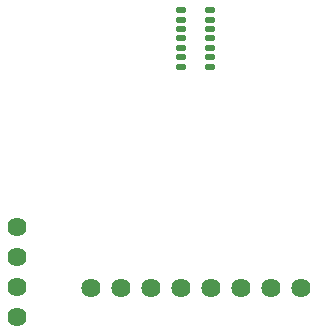
<source format=gbs>
G04 Layer: BottomSolderMaskLayer*
G04 EasyEDA v6.5.42, 2024-06-11 14:58:49*
G04 7db2e0652eb0440fb163e0b1e141f317,b485016a937d426fb03638db52ce050d,10*
G04 Gerber Generator version 0.2*
G04 Scale: 100 percent, Rotated: No, Reflected: No *
G04 Dimensions in millimeters *
G04 leading zeros omitted , absolute positions ,4 integer and 5 decimal *
%FSLAX45Y45*%
%MOMM*%

%AMMACRO1*1,1,$1,$2,$3*1,1,$1,$4,$5*1,1,$1,0-$2,0-$3*1,1,$1,0-$4,0-$5*20,1,$1,$2,$3,$4,$5,0*20,1,$1,$4,$5,0-$2,0-$3,0*20,1,$1,0-$2,0-$3,0-$4,0-$5,0*20,1,$1,0-$4,0-$5,$2,$3,0*4,1,4,$2,$3,$4,$5,0-$2,0-$3,0-$4,0-$5,$2,$3,0*%
%ADD10MACRO1,0.1X0.3749X0.1751X-0.3749X0.1751*%
%ADD11MACRO1,0.1X0.3749X0.175X-0.3749X0.175*%
%ADD12C,1.6256*%
%ADD13C,1.6240*%

%LPD*%
D10*
G01*
X5849000Y4916208D03*
G01*
X5849000Y4996210D03*
D11*
G01*
X5849000Y5076210D03*
G01*
X5849000Y5156210D03*
D10*
G01*
X5849000Y5236222D03*
D11*
G01*
X5849000Y5316209D03*
G01*
X5849000Y5396209D03*
D10*
G01*
X6088999Y4916215D03*
G01*
X6088999Y4996215D03*
D11*
G01*
X6088999Y5076215D03*
G01*
X6088999Y5156210D03*
D10*
G01*
X6088999Y5236217D03*
D11*
G01*
X6088999Y5316207D03*
G01*
X6088999Y5396209D03*
D12*
G01*
X5080000Y3043605D03*
G01*
X5334000Y3043605D03*
G01*
X5588000Y3043605D03*
G01*
X5842000Y3043605D03*
G01*
X6096000Y3043605D03*
G01*
X6350000Y3043605D03*
G01*
X6604000Y3043605D03*
G01*
X6858000Y3043605D03*
D13*
G01*
X4457700Y3556000D03*
G01*
X4457700Y3302000D03*
G01*
X4457700Y3048000D03*
G01*
X4457700Y2794000D03*
M02*

</source>
